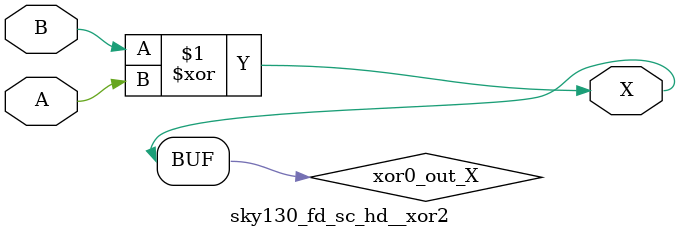
<source format=v>
/*
 * Copyright 2020 The SkyWater PDK Authors
 *
 * Licensed under the Apache License, Version 2.0 (the "License");
 * you may not use this file except in compliance with the License.
 * You may obtain a copy of the License at
 *
 *     https://www.apache.org/licenses/LICENSE-2.0
 *
 * Unless required by applicable law or agreed to in writing, software
 * distributed under the License is distributed on an "AS IS" BASIS,
 * WITHOUT WARRANTIES OR CONDITIONS OF ANY KIND, either express or implied.
 * See the License for the specific language governing permissions and
 * limitations under the License.
 *
 * SPDX-License-Identifier: Apache-2.0
*/


`ifndef SKY130_FD_SC_HD__XOR2_FUNCTIONAL_V
`define SKY130_FD_SC_HD__XOR2_FUNCTIONAL_V

/**
 * xor2: 2-input exclusive OR.
 *
 *       X = A ^ B
 *
 * Verilog simulation functional model.
 */

`timescale 1ns / 1ps
`default_nettype none

`celldefine
module sky130_fd_sc_hd__xor2 (
    X,
    A,
    B
);

    // Module ports
    output X;
    input  A;
    input  B;

    // Local signals
    wire xor0_out_X;

    //  Name  Output      Other arguments
    xor xor0 (xor0_out_X, B, A           );
    buf buf0 (X         , xor0_out_X     );

endmodule
`endcelldefine

`default_nettype wire
`endif  // SKY130_FD_SC_HD__XOR2_FUNCTIONAL_V

</source>
